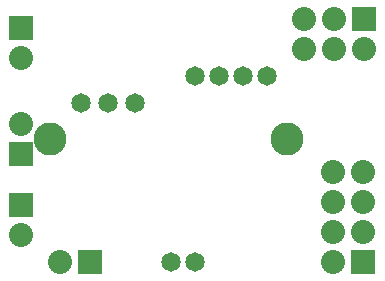
<source format=gbs>
G04 (created by PCBNEW (2011-nov-30)-testing) date Thu 18 Oct 2012 10:53:08 EDT*
%MOIN*%
G04 Gerber Fmt 3.4, Leading zero omitted, Abs format*
%FSLAX34Y34*%
G01*
G70*
G90*
G04 APERTURE LIST*
%ADD10C,3.93701e-06*%
%ADD11R,0.08X0.08*%
%ADD12C,0.08*%
%ADD13C,0.065*%
%ADD14C,0.11*%
G04 APERTURE END LIST*
G54D10*
G54D11*
X61709Y-44979D03*
G54D12*
X60709Y-44979D03*
X61709Y-43979D03*
X60709Y-43979D03*
X61709Y-42979D03*
X60709Y-42979D03*
X61709Y-41979D03*
X60709Y-41979D03*
G54D11*
X61716Y-36877D03*
G54D12*
X61716Y-37877D03*
X60716Y-36877D03*
X60716Y-37877D03*
X59716Y-36877D03*
X59716Y-37877D03*
G54D11*
X50300Y-43100D03*
G54D12*
X50300Y-44100D03*
G54D11*
X52600Y-45000D03*
G54D12*
X51600Y-45000D03*
G54D13*
X56100Y-45000D03*
X55300Y-45000D03*
X52300Y-39700D03*
X53200Y-39700D03*
X54100Y-39700D03*
X56100Y-38800D03*
X56900Y-38800D03*
X57700Y-38800D03*
X58500Y-38800D03*
G54D11*
X50300Y-37200D03*
G54D12*
X50300Y-38200D03*
G54D11*
X50300Y-41400D03*
G54D12*
X50300Y-40400D03*
G54D14*
X59150Y-40900D03*
X51276Y-40900D03*
M02*

</source>
